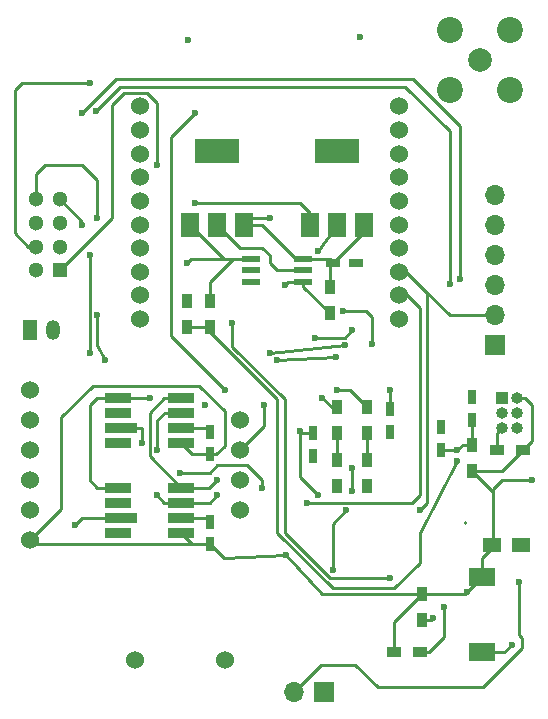
<source format=gbr>
G04 #@! TF.FileFunction,Copper,L1,Top,Signal*
%FSLAX46Y46*%
G04 Gerber Fmt 4.6, Leading zero omitted, Abs format (unit mm)*
G04 Created by KiCad (PCBNEW 4.0.7) date 12/26/17 15:46:09*
%MOMM*%
%LPD*%
G01*
G04 APERTURE LIST*
%ADD10C,0.100000*%
%ADD11R,0.900000X1.200000*%
%ADD12C,1.524000*%
%ADD13R,1.000000X1.000000*%
%ADD14O,1.000000X1.000000*%
%ADD15R,1.700000X1.700000*%
%ADD16O,1.700000X1.700000*%
%ADD17R,0.750000X1.200000*%
%ADD18R,1.200000X0.750000*%
%ADD19R,2.200000X1.500000*%
%ADD20R,3.800000X2.000000*%
%ADD21R,1.500000X2.000000*%
%ADD22R,1.200000X0.900000*%
%ADD23R,1.500000X0.610000*%
%ADD24R,2.247900X0.899160*%
%ADD25R,2.799080X0.899160*%
%ADD26R,1.300000X1.300000*%
%ADD27C,1.300000*%
%ADD28C,2.200000*%
%ADD29C,2.000000*%
%ADD30C,0.600000*%
%ADD31R,1.200000X1.700000*%
%ADD32O,1.200000X1.700000*%
%ADD33R,1.500000X1.250000*%
%ADD34C,0.250000*%
G04 APERTURE END LIST*
D10*
D11*
X152400000Y-81323000D03*
X152400000Y-83523000D03*
X150495000Y-83523000D03*
X150495000Y-81323000D03*
D12*
X168478200Y-82864960D03*
X168478200Y-80863440D03*
X168478200Y-78864460D03*
X168478200Y-76862940D03*
X168478200Y-74863960D03*
X168478200Y-72864980D03*
X168478200Y-70863460D03*
X168478200Y-68864480D03*
X168478200Y-66862960D03*
X168478200Y-64863980D03*
X146481800Y-64863980D03*
X146481800Y-66862960D03*
X146481800Y-68864480D03*
X146481800Y-70863460D03*
X146481800Y-72864980D03*
X146481800Y-74863960D03*
X146481800Y-76862940D03*
X146481800Y-78864460D03*
X146481800Y-80863440D03*
X146481800Y-82864960D03*
D13*
X177165000Y-89535000D03*
D14*
X178435000Y-89535000D03*
X177165000Y-90805000D03*
X178435000Y-90805000D03*
X177165000Y-92075000D03*
X178435000Y-92075000D03*
D15*
X176530000Y-85090000D03*
D16*
X176530000Y-82550000D03*
X176530000Y-80010000D03*
X176530000Y-77470000D03*
X176530000Y-74930000D03*
X176530000Y-72390000D03*
D17*
X167640000Y-92390000D03*
X167640000Y-90490000D03*
X161163000Y-92522000D03*
X161163000Y-94422000D03*
X174625000Y-89474000D03*
X174625000Y-91374000D03*
X171958000Y-92014000D03*
X171958000Y-93914000D03*
D18*
X162880000Y-78105000D03*
X164780000Y-78105000D03*
D11*
X163195000Y-92540000D03*
X163195000Y-90340000D03*
X165735000Y-92540000D03*
X165735000Y-90340000D03*
X174625000Y-95715000D03*
X174625000Y-93515000D03*
D19*
X175450500Y-104686500D03*
X175450500Y-111086500D03*
D20*
X153035000Y-68605000D03*
D21*
X153035000Y-74905000D03*
X155335000Y-74905000D03*
X150735000Y-74905000D03*
D20*
X163195000Y-68605000D03*
D21*
X163195000Y-74905000D03*
X165495000Y-74905000D03*
X160895000Y-74905000D03*
D22*
X178900000Y-93980000D03*
X176700000Y-93980000D03*
D11*
X163195000Y-96985000D03*
X163195000Y-94785000D03*
X165735000Y-96985000D03*
X165735000Y-94785000D03*
D22*
X168000500Y-111061500D03*
X170200500Y-111061500D03*
D11*
X170370500Y-106151500D03*
X170370500Y-108351500D03*
X162560000Y-80180000D03*
X162560000Y-82380000D03*
D12*
X137160000Y-101600000D03*
X137160000Y-99060000D03*
X137160000Y-96520000D03*
X137160000Y-93980000D03*
X137160000Y-91440000D03*
X137160000Y-88900000D03*
X154940000Y-91440000D03*
X154940000Y-93980000D03*
X154940000Y-96520000D03*
X154940000Y-99060000D03*
D23*
X160315000Y-77790000D03*
X155915000Y-77790000D03*
X160315000Y-78740000D03*
X155915000Y-78740000D03*
X160315000Y-79690000D03*
X155915000Y-79690000D03*
D17*
X152400000Y-100015000D03*
X152400000Y-101915000D03*
X152400000Y-92395000D03*
X152400000Y-94295000D03*
D24*
X144645380Y-97160080D03*
X144645380Y-98412300D03*
D25*
X144922240Y-99707700D03*
D24*
X144645380Y-100959920D03*
X149994620Y-100959920D03*
X149994620Y-99707700D03*
X149994620Y-98412300D03*
X149994620Y-97160080D03*
X144645380Y-89540080D03*
X144645380Y-90792300D03*
D25*
X144922240Y-92087700D03*
D24*
X144645380Y-93339920D03*
X149994620Y-93339920D03*
X149994620Y-92087700D03*
X149994620Y-90792300D03*
X149994620Y-89540080D03*
D26*
X139700000Y-78740000D03*
D27*
X139700000Y-76740000D03*
X139700000Y-74740000D03*
X139700000Y-72740000D03*
X137700000Y-78740000D03*
X137700000Y-76740000D03*
X137700000Y-74740000D03*
X137700000Y-72740000D03*
D28*
X172720000Y-63500000D03*
X172720000Y-58420000D03*
X177800000Y-58420000D03*
X177800000Y-63500000D03*
D29*
X175260000Y-60960000D03*
D30*
X152019000Y-90170000D03*
X165163500Y-58991500D03*
X150558500Y-59245500D03*
D12*
X146050000Y-111760000D03*
X153670000Y-111760000D03*
D15*
X162052000Y-114427000D03*
D16*
X159512000Y-114427000D03*
D31*
X137160000Y-83820000D03*
D32*
X139160000Y-83820000D03*
D33*
X176296000Y-101981000D03*
X178796000Y-101981000D03*
D30*
X150495000Y-78105000D03*
X142240000Y-62865000D03*
X173355000Y-94869000D03*
X161544000Y-97790000D03*
X160020000Y-92329000D03*
X158877000Y-102870000D03*
X179705000Y-96520000D03*
X167640000Y-88900000D03*
X174180500Y-105981500D03*
X147955000Y-69850000D03*
X151130000Y-73025000D03*
X151130000Y-65405000D03*
X153670000Y-88900000D03*
X161290000Y-84455000D03*
X164465000Y-83820000D03*
X166116000Y-84963000D03*
X163703000Y-82169000D03*
X173355000Y-93980000D03*
X167640000Y-104775000D03*
X154305000Y-83185000D03*
X157480000Y-74295000D03*
X161925000Y-89535000D03*
X163195000Y-88900000D03*
X160655000Y-98425000D03*
X170180000Y-99060000D03*
X177990500Y-110426500D03*
X161544000Y-77089000D03*
X158750000Y-80010000D03*
X172275500Y-107251500D03*
X171323000Y-108204000D03*
X142748000Y-65278000D03*
X172720000Y-79883000D03*
X141605000Y-65405000D03*
X173609000Y-79502000D03*
X156972000Y-90170000D03*
X140970000Y-100330000D03*
X146685000Y-93345000D03*
X149860000Y-95885000D03*
X156845000Y-97155000D03*
X153035000Y-97790000D03*
X147955000Y-97790000D03*
X147955000Y-93980000D03*
X153035000Y-96520000D03*
X147320000Y-89535000D03*
X141605000Y-74930000D03*
X142240000Y-77470000D03*
X142240000Y-85725000D03*
X157480000Y-85725000D03*
X163830000Y-85090000D03*
X142875000Y-82550000D03*
X142875000Y-74295000D03*
X143510000Y-86360000D03*
X158115000Y-86360000D03*
X163068000Y-86106000D03*
X162814000Y-104140000D03*
X163957000Y-99060000D03*
X164465000Y-97409000D03*
X164465000Y-95504000D03*
X178562000Y-105156000D03*
D34*
X173990000Y-100160000D02*
X173990000Y-100076000D01*
X150810000Y-77790000D02*
X155915000Y-77790000D01*
X150495000Y-78105000D02*
X150810000Y-77790000D01*
X155915000Y-77790000D02*
X154366000Y-77790000D01*
X152400000Y-79756000D02*
X152400000Y-81323000D01*
X154366000Y-77790000D02*
X152400000Y-79756000D01*
X155915000Y-77790000D02*
X153620000Y-77790000D01*
X153620000Y-77790000D02*
X150735000Y-74905000D01*
X149994620Y-99707700D02*
X152092700Y-99707700D01*
X152092700Y-99707700D02*
X152400000Y-100015000D01*
X152400000Y-92395000D02*
X152092700Y-92087700D01*
X152092700Y-92087700D02*
X149994620Y-92087700D01*
X137700000Y-76740000D02*
X137065000Y-76740000D01*
X137065000Y-76740000D02*
X135890000Y-75565000D01*
X135890000Y-75565000D02*
X135890000Y-63500000D01*
X135890000Y-63500000D02*
X136525000Y-62865000D01*
X136525000Y-62865000D02*
X142240000Y-62865000D01*
X152400000Y-83523000D02*
X152400000Y-83947000D01*
X170180000Y-100965000D02*
X173355000Y-94869000D01*
X170180000Y-103505000D02*
X170180000Y-100965000D01*
X168021000Y-105664000D02*
X170180000Y-103505000D01*
X162814000Y-105664000D02*
X168021000Y-105664000D01*
X158115000Y-100965000D02*
X162814000Y-105664000D01*
X158115000Y-89662000D02*
X158115000Y-100965000D01*
X152400000Y-83947000D02*
X158115000Y-89662000D01*
X150495000Y-83523000D02*
X152400000Y-83523000D01*
X160020000Y-96266000D02*
X160020000Y-92329000D01*
X161544000Y-97790000D02*
X160020000Y-96266000D01*
X160213000Y-92522000D02*
X161163000Y-92522000D01*
X160020000Y-92329000D02*
X160213000Y-92522000D01*
X152400000Y-94295000D02*
X152974000Y-94295000D01*
X139827000Y-98933000D02*
X137160000Y-101600000D01*
X139827000Y-91186000D02*
X139827000Y-98933000D01*
X142494000Y-88519000D02*
X139827000Y-91186000D01*
X151511000Y-88519000D02*
X142494000Y-88519000D01*
X153670000Y-90678000D02*
X151511000Y-88519000D01*
X153670000Y-93599000D02*
X153670000Y-90678000D01*
X152974000Y-94295000D02*
X153670000Y-93599000D01*
X152400000Y-101915000D02*
X153609000Y-103124000D01*
X153609000Y-103124000D02*
X158877000Y-102870000D01*
X161904500Y-106151500D02*
X170370500Y-106151500D01*
X158877000Y-102870000D02*
X161904500Y-106151500D01*
X176405500Y-102171500D02*
X176405500Y-97279500D01*
X177165000Y-96520000D02*
X179705000Y-96520000D01*
X176405500Y-97279500D02*
X177165000Y-96520000D01*
X176405500Y-102171500D02*
X176405500Y-97495500D01*
X176405500Y-97495500D02*
X174625000Y-95715000D01*
X167640000Y-88900000D02*
X167640000Y-90490000D01*
X152400000Y-101915000D02*
X137475000Y-101915000D01*
X137475000Y-101915000D02*
X137160000Y-101600000D01*
X178435000Y-89535000D02*
X179070000Y-89535000D01*
X179705000Y-93175000D02*
X178900000Y-93980000D01*
X179705000Y-90170000D02*
X179705000Y-93175000D01*
X179070000Y-89535000D02*
X179705000Y-90170000D01*
X149994620Y-100959920D02*
X150949700Y-101915000D01*
X150949700Y-101915000D02*
X152400000Y-101915000D01*
X149994620Y-93339920D02*
X150949700Y-94295000D01*
X150949700Y-94295000D02*
X152400000Y-94295000D01*
X174625000Y-95715000D02*
X177165000Y-95715000D01*
X177165000Y-95715000D02*
X178900000Y-93980000D01*
X168000500Y-111061500D02*
X168000500Y-108521500D01*
X168000500Y-108521500D02*
X170370500Y-106151500D01*
X175450500Y-104686500D02*
X175450500Y-103126500D01*
X175450500Y-103126500D02*
X176405500Y-102171500D01*
X170370500Y-106151500D02*
X174010500Y-106151500D01*
X174010500Y-106151500D02*
X174180500Y-105981500D01*
X174180500Y-105981500D02*
X175450500Y-104711500D01*
X175450500Y-104711500D02*
X175450500Y-104686500D01*
X160895000Y-74905000D02*
X160895000Y-73900000D01*
X144145000Y-74295000D02*
X139700000Y-78740000D01*
X144145000Y-64770000D02*
X144145000Y-74295000D01*
X145161000Y-63754000D02*
X144145000Y-64770000D01*
X147129500Y-63754000D02*
X145161000Y-63754000D01*
X147955000Y-64579500D02*
X147129500Y-63754000D01*
X147955000Y-69850000D02*
X147955000Y-64579500D01*
X160020000Y-73025000D02*
X151130000Y-73025000D01*
X160895000Y-73900000D02*
X160020000Y-73025000D01*
X151130000Y-65405000D02*
X149098000Y-67437000D01*
X149098000Y-67437000D02*
X149098000Y-84328000D01*
X149098000Y-84328000D02*
X153670000Y-88900000D01*
X163830000Y-84455000D02*
X161290000Y-84455000D01*
X164465000Y-83820000D02*
X163830000Y-84455000D01*
X166116000Y-82677000D02*
X166116000Y-84963000D01*
X165608000Y-82169000D02*
X166116000Y-82677000D01*
X163703000Y-82169000D02*
X165608000Y-82169000D01*
X171958000Y-93914000D02*
X173289000Y-93914000D01*
X173289000Y-93914000D02*
X173355000Y-93980000D01*
X174625000Y-91374000D02*
X174625000Y-93515000D01*
X174625000Y-93515000D02*
X173820000Y-93515000D01*
X173820000Y-93515000D02*
X173355000Y-93980000D01*
X155335000Y-74905000D02*
X155945000Y-74295000D01*
X155945000Y-74295000D02*
X157480000Y-74295000D01*
X162560000Y-104775000D02*
X167640000Y-104775000D01*
X158750000Y-100965000D02*
X162560000Y-104775000D01*
X158750000Y-89662000D02*
X158750000Y-100965000D01*
X154305000Y-85217000D02*
X158750000Y-89662000D01*
X154305000Y-83185000D02*
X154305000Y-85217000D01*
X160315000Y-77790000D02*
X159705000Y-77790000D01*
X159705000Y-77790000D02*
X156820000Y-74905000D01*
X156820000Y-74905000D02*
X155335000Y-74905000D01*
X165495000Y-74905000D02*
X165495000Y-75490000D01*
X160315000Y-77790000D02*
X162565000Y-77790000D01*
X162560000Y-80180000D02*
X162560000Y-78425000D01*
X162560000Y-78425000D02*
X162880000Y-78105000D01*
X165495000Y-75490000D02*
X162880000Y-78105000D01*
X162565000Y-77790000D02*
X162880000Y-78105000D01*
X163195000Y-92540000D02*
X163195000Y-94785000D01*
X162730000Y-90340000D02*
X163195000Y-90340000D01*
X161925000Y-89535000D02*
X162730000Y-90340000D01*
X165735000Y-92540000D02*
X165735000Y-94785000D01*
X164295000Y-88900000D02*
X165735000Y-90340000D01*
X163195000Y-88900000D02*
X164295000Y-88900000D01*
X176700000Y-93980000D02*
X176700000Y-92540000D01*
X176700000Y-92540000D02*
X177165000Y-92075000D01*
X168478200Y-80863440D02*
X169128440Y-80863440D01*
X169128440Y-80863440D02*
X170180000Y-81915000D01*
X170180000Y-81915000D02*
X170180000Y-97790000D01*
X170180000Y-97790000D02*
X169545000Y-98425000D01*
X169545000Y-98425000D02*
X160655000Y-98425000D01*
X176530000Y-82550000D02*
X172720000Y-82550000D01*
X172720000Y-82550000D02*
X170815000Y-80645000D01*
X170815000Y-80645000D02*
X170815000Y-98425000D01*
X170815000Y-98425000D02*
X170180000Y-99060000D01*
X170815000Y-80645000D02*
X169034460Y-78864460D01*
X168478200Y-78864460D02*
X169034460Y-78864460D01*
X177330500Y-111086500D02*
X175450500Y-111086500D01*
X177990500Y-110426500D02*
X177330500Y-111086500D01*
X160315000Y-78740000D02*
X158115000Y-78740000D01*
X154965000Y-76835000D02*
X153035000Y-74905000D01*
X156845000Y-76835000D02*
X154965000Y-76835000D01*
X157480000Y-77470000D02*
X156845000Y-76835000D01*
X157480000Y-78105000D02*
X157480000Y-77470000D01*
X158115000Y-78740000D02*
X157480000Y-78105000D01*
X161544000Y-77089000D02*
X163195000Y-74905000D01*
X160315000Y-79690000D02*
X159070000Y-79690000D01*
X159070000Y-79690000D02*
X158750000Y-80010000D01*
X160315000Y-79690000D02*
X160315000Y-80135000D01*
X160315000Y-80135000D02*
X162560000Y-82380000D01*
X170200500Y-111061500D02*
X171005500Y-111061500D01*
X172275500Y-107251500D02*
X172275500Y-109791500D01*
X171005500Y-111061500D02*
X172275500Y-109791500D01*
X170370500Y-108351500D02*
X171175500Y-108351500D01*
X171175500Y-108351500D02*
X171323000Y-108204000D01*
X144843500Y-63182500D02*
X142748000Y-65278000D01*
X168973500Y-63182500D02*
X144843500Y-63182500D01*
X172720000Y-66929000D02*
X168973500Y-63182500D01*
X172720000Y-79883000D02*
X172720000Y-66929000D01*
X144462500Y-62547500D02*
X141605000Y-65405000D01*
X169608500Y-62547500D02*
X144462500Y-62547500D01*
X173609000Y-66548000D02*
X169608500Y-62547500D01*
X173609000Y-79502000D02*
X173609000Y-66548000D01*
X156972000Y-91948000D02*
X154940000Y-93980000D01*
X156972000Y-90170000D02*
X156972000Y-91948000D01*
X141592300Y-99707700D02*
X144922240Y-99707700D01*
X140970000Y-100330000D02*
X141592300Y-99707700D01*
X146672300Y-92087700D02*
X144922240Y-92087700D01*
X146685000Y-92075000D02*
X146672300Y-92087700D01*
X146685000Y-93345000D02*
X146685000Y-92075000D01*
X152400000Y-95885000D02*
X149860000Y-95885000D01*
X153035000Y-95250000D02*
X152400000Y-95885000D01*
X153670000Y-95250000D02*
X153035000Y-95250000D01*
X155575000Y-95250000D02*
X153670000Y-95250000D01*
X156845000Y-96520000D02*
X155575000Y-95250000D01*
X156845000Y-97155000D02*
X156845000Y-96520000D01*
X152412700Y-98412300D02*
X149994620Y-98412300D01*
X153035000Y-97790000D02*
X152412700Y-98412300D01*
X149994620Y-90792300D02*
X148602700Y-90792300D01*
X148577300Y-98412300D02*
X149994620Y-98412300D01*
X147955000Y-97790000D02*
X148577300Y-98412300D01*
X147955000Y-91440000D02*
X147955000Y-93980000D01*
X148602700Y-90792300D02*
X147955000Y-91440000D01*
X152394920Y-97160080D02*
X149994620Y-97160080D01*
X153035000Y-96520000D02*
X152394920Y-97160080D01*
X149994620Y-89540080D02*
X148584920Y-89540080D01*
X147320000Y-94485460D02*
X149994620Y-97160080D01*
X147320000Y-90805000D02*
X147320000Y-94485460D01*
X148584920Y-89540080D02*
X147320000Y-90805000D01*
X147314920Y-89540080D02*
X144645380Y-89540080D01*
X147320000Y-89535000D02*
X147314920Y-89540080D01*
X144645380Y-97160080D02*
X142880080Y-97160080D01*
X142869920Y-89540080D02*
X144645380Y-89540080D01*
X142240000Y-90170000D02*
X142869920Y-89540080D01*
X142240000Y-96520000D02*
X142240000Y-90170000D01*
X142880080Y-97160080D02*
X142240000Y-96520000D01*
X141605000Y-74645000D02*
X139700000Y-72740000D01*
X141605000Y-74930000D02*
X141605000Y-74645000D01*
X142240000Y-85090000D02*
X142240000Y-77470000D01*
X142240000Y-85725000D02*
X142240000Y-85090000D01*
X163830000Y-85090000D02*
X157480000Y-85725000D01*
X142875000Y-85090000D02*
X143510000Y-86360000D01*
X142875000Y-82550000D02*
X142875000Y-85090000D01*
X142875000Y-71120000D02*
X142875000Y-74295000D01*
X141605000Y-69850000D02*
X142875000Y-71120000D01*
X138430000Y-69850000D02*
X141605000Y-69850000D01*
X137700000Y-70580000D02*
X138430000Y-69850000D01*
X158115000Y-86360000D02*
X163068000Y-86106000D01*
X137700000Y-72740000D02*
X137700000Y-70580000D01*
X162814000Y-100203000D02*
X162814000Y-104140000D01*
X163957000Y-99060000D02*
X162814000Y-100203000D01*
X164465000Y-95504000D02*
X164465000Y-97409000D01*
X161798000Y-112141000D02*
X159512000Y-114427000D01*
X164719000Y-112141000D02*
X161798000Y-112141000D01*
X166624000Y-114046000D02*
X164719000Y-112141000D01*
X175514000Y-114046000D02*
X166624000Y-114046000D01*
X178816000Y-110744000D02*
X175514000Y-114046000D01*
X178816000Y-109855000D02*
X178816000Y-110744000D01*
X178562000Y-109601000D02*
X178816000Y-109855000D01*
X178562000Y-109347000D02*
X178562000Y-109601000D01*
X178562000Y-108585000D02*
X178562000Y-109347000D01*
X178562000Y-105156000D02*
X178562000Y-108585000D01*
M02*

</source>
